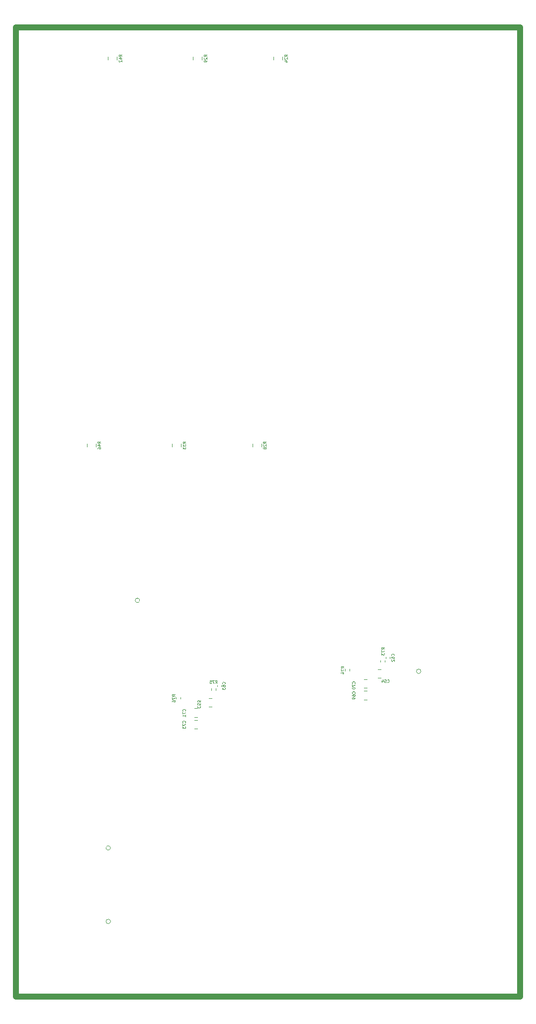
<source format=gbr>
%TF.GenerationSoftware,KiCad,Pcbnew,(6.0.7)*%
%TF.CreationDate,2023-01-25T09:18:12-05:00*%
%TF.ProjectId,amp,616d702e-6b69-4636-9164-5f7063625858,0.0*%
%TF.SameCoordinates,Original*%
%TF.FileFunction,Legend,Bot*%
%TF.FilePolarity,Positive*%
%FSLAX46Y46*%
G04 Gerber Fmt 4.6, Leading zero omitted, Abs format (unit mm)*
G04 Created by KiCad (PCBNEW (6.0.7)) date 2023-01-25 09:18:12*
%MOMM*%
%LPD*%
G01*
G04 APERTURE LIST*
%TA.AperFunction,Profile*%
%ADD10C,1.000000*%
%TD*%
%ADD11C,0.075000*%
%ADD12C,0.120000*%
G04 APERTURE END LIST*
D10*
X161080000Y-150000000D02*
X247000000Y-150000000D01*
X247000000Y-150000000D02*
X247000000Y-314760000D01*
X247000000Y-314760000D02*
X161080000Y-314760000D01*
X161080000Y-314760000D02*
X161080000Y-150000000D01*
D11*
%TO.C,R74*%
X216952990Y-258897871D02*
X216714895Y-258731204D01*
X216952990Y-258612157D02*
X216452990Y-258612157D01*
X216452990Y-258802633D01*
X216476800Y-258850252D01*
X216500609Y-258874061D01*
X216548228Y-258897871D01*
X216619657Y-258897871D01*
X216667276Y-258874061D01*
X216691085Y-258850252D01*
X216714895Y-258802633D01*
X216714895Y-258612157D01*
X216452990Y-259064538D02*
X216452990Y-259397871D01*
X216952990Y-259183585D01*
X216619657Y-259802633D02*
X216952990Y-259802633D01*
X216429180Y-259683585D02*
X216786323Y-259564538D01*
X216786323Y-259874061D01*
%TO.C,C70*%
X218805371Y-261497871D02*
X218829180Y-261474061D01*
X218852990Y-261402633D01*
X218852990Y-261355014D01*
X218829180Y-261283585D01*
X218781561Y-261235966D01*
X218733942Y-261212157D01*
X218638704Y-261188347D01*
X218567276Y-261188347D01*
X218472038Y-261212157D01*
X218424419Y-261235966D01*
X218376800Y-261283585D01*
X218352990Y-261355014D01*
X218352990Y-261402633D01*
X218376800Y-261474061D01*
X218400609Y-261497871D01*
X218352990Y-261664538D02*
X218352990Y-261997871D01*
X218852990Y-261783585D01*
X218352990Y-262283585D02*
X218352990Y-262331204D01*
X218376800Y-262378823D01*
X218400609Y-262402633D01*
X218448228Y-262426442D01*
X218543466Y-262450252D01*
X218662514Y-262450252D01*
X218757752Y-262426442D01*
X218805371Y-262402633D01*
X218829180Y-262378823D01*
X218852990Y-262331204D01*
X218852990Y-262283585D01*
X218829180Y-262235966D01*
X218805371Y-262212157D01*
X218757752Y-262188347D01*
X218662514Y-262164538D01*
X218543466Y-262164538D01*
X218448228Y-262188347D01*
X218400609Y-262212157D01*
X218376800Y-262235966D01*
X218352990Y-262283585D01*
%TO.C,C69*%
X218805371Y-263197871D02*
X218829180Y-263174061D01*
X218852990Y-263102633D01*
X218852990Y-263055014D01*
X218829180Y-262983585D01*
X218781561Y-262935966D01*
X218733942Y-262912157D01*
X218638704Y-262888347D01*
X218567276Y-262888347D01*
X218472038Y-262912157D01*
X218424419Y-262935966D01*
X218376800Y-262983585D01*
X218352990Y-263055014D01*
X218352990Y-263102633D01*
X218376800Y-263174061D01*
X218400609Y-263197871D01*
X218352990Y-263626442D02*
X218352990Y-263531204D01*
X218376800Y-263483585D01*
X218400609Y-263459776D01*
X218472038Y-263412157D01*
X218567276Y-263388347D01*
X218757752Y-263388347D01*
X218805371Y-263412157D01*
X218829180Y-263435966D01*
X218852990Y-263483585D01*
X218852990Y-263578823D01*
X218829180Y-263626442D01*
X218805371Y-263650252D01*
X218757752Y-263674061D01*
X218638704Y-263674061D01*
X218591085Y-263650252D01*
X218567276Y-263626442D01*
X218543466Y-263578823D01*
X218543466Y-263483585D01*
X218567276Y-263435966D01*
X218591085Y-263412157D01*
X218638704Y-263388347D01*
X218852990Y-263912157D02*
X218852990Y-264007395D01*
X218829180Y-264055014D01*
X218805371Y-264078823D01*
X218733942Y-264126442D01*
X218638704Y-264150252D01*
X218448228Y-264150252D01*
X218400609Y-264126442D01*
X218376800Y-264102633D01*
X218352990Y-264055014D01*
X218352990Y-263959776D01*
X218376800Y-263912157D01*
X218400609Y-263888347D01*
X218448228Y-263864538D01*
X218567276Y-263864538D01*
X218614895Y-263888347D01*
X218638704Y-263912157D01*
X218662514Y-263959776D01*
X218662514Y-264055014D01*
X218638704Y-264102633D01*
X218614895Y-264126442D01*
X218567276Y-264150252D01*
%TO.C,C54*%
X224348228Y-261297871D02*
X224372038Y-261321680D01*
X224443466Y-261345490D01*
X224491085Y-261345490D01*
X224562514Y-261321680D01*
X224610133Y-261274061D01*
X224633942Y-261226442D01*
X224657752Y-261131204D01*
X224657752Y-261059776D01*
X224633942Y-260964538D01*
X224610133Y-260916919D01*
X224562514Y-260869300D01*
X224491085Y-260845490D01*
X224443466Y-260845490D01*
X224372038Y-260869300D01*
X224348228Y-260893109D01*
X223895847Y-260845490D02*
X224133942Y-260845490D01*
X224157752Y-261083585D01*
X224133942Y-261059776D01*
X224086323Y-261035966D01*
X223967276Y-261035966D01*
X223919657Y-261059776D01*
X223895847Y-261083585D01*
X223872038Y-261131204D01*
X223872038Y-261250252D01*
X223895847Y-261297871D01*
X223919657Y-261321680D01*
X223967276Y-261345490D01*
X224086323Y-261345490D01*
X224133942Y-261321680D01*
X224157752Y-261297871D01*
X223443466Y-261012157D02*
X223443466Y-261345490D01*
X223562514Y-260821680D02*
X223681561Y-261178823D01*
X223372038Y-261178823D01*
%TO.C,R73*%
X223826190Y-255678571D02*
X223588095Y-255511904D01*
X223826190Y-255392857D02*
X223326190Y-255392857D01*
X223326190Y-255583333D01*
X223350000Y-255630952D01*
X223373809Y-255654761D01*
X223421428Y-255678571D01*
X223492857Y-255678571D01*
X223540476Y-255654761D01*
X223564285Y-255630952D01*
X223588095Y-255583333D01*
X223588095Y-255392857D01*
X223326190Y-255845238D02*
X223326190Y-256178571D01*
X223826190Y-255964285D01*
X223326190Y-256321428D02*
X223326190Y-256630952D01*
X223516666Y-256464285D01*
X223516666Y-256535714D01*
X223540476Y-256583333D01*
X223564285Y-256607142D01*
X223611904Y-256630952D01*
X223730952Y-256630952D01*
X223778571Y-256607142D01*
X223802380Y-256583333D01*
X223826190Y-256535714D01*
X223826190Y-256392857D01*
X223802380Y-256345238D01*
X223778571Y-256321428D01*
%TO.C,C55*%
X192071428Y-265321428D02*
X192047619Y-265345238D01*
X192023809Y-265416666D01*
X192023809Y-265464285D01*
X192047619Y-265535714D01*
X192095238Y-265583333D01*
X192142857Y-265607142D01*
X192238095Y-265630952D01*
X192309523Y-265630952D01*
X192404761Y-265607142D01*
X192452380Y-265583333D01*
X192500000Y-265535714D01*
X192523809Y-265464285D01*
X192523809Y-265416666D01*
X192500000Y-265345238D01*
X192476190Y-265321428D01*
X192523809Y-264869047D02*
X192523809Y-265107142D01*
X192285714Y-265130952D01*
X192309523Y-265107142D01*
X192333333Y-265059523D01*
X192333333Y-264940476D01*
X192309523Y-264892857D01*
X192285714Y-264869047D01*
X192238095Y-264845238D01*
X192119047Y-264845238D01*
X192071428Y-264869047D01*
X192047619Y-264892857D01*
X192023809Y-264940476D01*
X192023809Y-265059523D01*
X192047619Y-265107142D01*
X192071428Y-265130952D01*
X192523809Y-264392857D02*
X192523809Y-264630952D01*
X192285714Y-264654761D01*
X192309523Y-264630952D01*
X192333333Y-264583333D01*
X192333333Y-264464285D01*
X192309523Y-264416666D01*
X192285714Y-264392857D01*
X192238095Y-264369047D01*
X192119047Y-264369047D01*
X192071428Y-264392857D01*
X192047619Y-264416666D01*
X192023809Y-264464285D01*
X192023809Y-264583333D01*
X192047619Y-264630952D01*
X192071428Y-264654761D01*
%TO.C,R33*%
X190026190Y-220678571D02*
X189788095Y-220511904D01*
X190026190Y-220392857D02*
X189526190Y-220392857D01*
X189526190Y-220583333D01*
X189550000Y-220630952D01*
X189573809Y-220654761D01*
X189621428Y-220678571D01*
X189692857Y-220678571D01*
X189740476Y-220654761D01*
X189764285Y-220630952D01*
X189788095Y-220583333D01*
X189788095Y-220392857D01*
X189526190Y-220845238D02*
X189526190Y-221154761D01*
X189716666Y-220988095D01*
X189716666Y-221059523D01*
X189740476Y-221107142D01*
X189764285Y-221130952D01*
X189811904Y-221154761D01*
X189930952Y-221154761D01*
X189978571Y-221130952D01*
X190002380Y-221107142D01*
X190026190Y-221059523D01*
X190026190Y-220916666D01*
X190002380Y-220869047D01*
X189978571Y-220845238D01*
X189526190Y-221321428D02*
X189526190Y-221630952D01*
X189716666Y-221464285D01*
X189716666Y-221535714D01*
X189740476Y-221583333D01*
X189764285Y-221607142D01*
X189811904Y-221630952D01*
X189930952Y-221630952D01*
X189978571Y-221607142D01*
X190002380Y-221583333D01*
X190026190Y-221535714D01*
X190026190Y-221392857D01*
X190002380Y-221345238D01*
X189978571Y-221321428D01*
%TO.C,R42*%
X179126190Y-154912571D02*
X178888095Y-154745904D01*
X179126190Y-154626857D02*
X178626190Y-154626857D01*
X178626190Y-154817333D01*
X178650000Y-154864952D01*
X178673809Y-154888761D01*
X178721428Y-154912571D01*
X178792857Y-154912571D01*
X178840476Y-154888761D01*
X178864285Y-154864952D01*
X178888095Y-154817333D01*
X178888095Y-154626857D01*
X178792857Y-155341142D02*
X179126190Y-155341142D01*
X178602380Y-155222095D02*
X178959523Y-155103047D01*
X178959523Y-155412571D01*
X178673809Y-155579238D02*
X178650000Y-155603047D01*
X178626190Y-155650666D01*
X178626190Y-155769714D01*
X178650000Y-155817333D01*
X178673809Y-155841142D01*
X178721428Y-155864952D01*
X178769047Y-155864952D01*
X178840476Y-155841142D01*
X179126190Y-155555428D01*
X179126190Y-155864952D01*
%TO.C,C71*%
X189928571Y-266178571D02*
X189952380Y-266154761D01*
X189976190Y-266083333D01*
X189976190Y-266035714D01*
X189952380Y-265964285D01*
X189904761Y-265916666D01*
X189857142Y-265892857D01*
X189761904Y-265869047D01*
X189690476Y-265869047D01*
X189595238Y-265892857D01*
X189547619Y-265916666D01*
X189500000Y-265964285D01*
X189476190Y-266035714D01*
X189476190Y-266083333D01*
X189500000Y-266154761D01*
X189523809Y-266178571D01*
X189476190Y-266345238D02*
X189476190Y-266678571D01*
X189976190Y-266464285D01*
X189976190Y-267130952D02*
X189976190Y-266845238D01*
X189976190Y-266988095D02*
X189476190Y-266988095D01*
X189547619Y-266940476D01*
X189595238Y-266892857D01*
X189619047Y-266845238D01*
%TO.C,C73*%
X189928571Y-268178571D02*
X189952380Y-268154761D01*
X189976190Y-268083333D01*
X189976190Y-268035714D01*
X189952380Y-267964285D01*
X189904761Y-267916666D01*
X189857142Y-267892857D01*
X189761904Y-267869047D01*
X189690476Y-267869047D01*
X189595238Y-267892857D01*
X189547619Y-267916666D01*
X189500000Y-267964285D01*
X189476190Y-268035714D01*
X189476190Y-268083333D01*
X189500000Y-268154761D01*
X189523809Y-268178571D01*
X189476190Y-268345238D02*
X189476190Y-268678571D01*
X189976190Y-268464285D01*
X189476190Y-268821428D02*
X189476190Y-269130952D01*
X189666666Y-268964285D01*
X189666666Y-269035714D01*
X189690476Y-269083333D01*
X189714285Y-269107142D01*
X189761904Y-269130952D01*
X189880952Y-269130952D01*
X189928571Y-269107142D01*
X189952380Y-269083333D01*
X189976190Y-269035714D01*
X189976190Y-268892857D01*
X189952380Y-268845238D01*
X189928571Y-268821428D01*
%TO.C,R24*%
X207326190Y-154912571D02*
X207088095Y-154745904D01*
X207326190Y-154626857D02*
X206826190Y-154626857D01*
X206826190Y-154817333D01*
X206850000Y-154864952D01*
X206873809Y-154888761D01*
X206921428Y-154912571D01*
X206992857Y-154912571D01*
X207040476Y-154888761D01*
X207064285Y-154864952D01*
X207088095Y-154817333D01*
X207088095Y-154626857D01*
X206873809Y-155103047D02*
X206850000Y-155126857D01*
X206826190Y-155174476D01*
X206826190Y-155293523D01*
X206850000Y-155341142D01*
X206873809Y-155364952D01*
X206921428Y-155388761D01*
X206969047Y-155388761D01*
X207040476Y-155364952D01*
X207326190Y-155079238D01*
X207326190Y-155388761D01*
X206992857Y-155817333D02*
X207326190Y-155817333D01*
X206802380Y-155698285D02*
X207159523Y-155579238D01*
X207159523Y-155888761D01*
%TO.C,C62*%
X225478571Y-256778571D02*
X225502380Y-256754761D01*
X225526190Y-256683333D01*
X225526190Y-256635714D01*
X225502380Y-256564285D01*
X225454761Y-256516666D01*
X225407142Y-256492857D01*
X225311904Y-256469047D01*
X225240476Y-256469047D01*
X225145238Y-256492857D01*
X225097619Y-256516666D01*
X225050000Y-256564285D01*
X225026190Y-256635714D01*
X225026190Y-256683333D01*
X225050000Y-256754761D01*
X225073809Y-256778571D01*
X225026190Y-257207142D02*
X225026190Y-257111904D01*
X225050000Y-257064285D01*
X225073809Y-257040476D01*
X225145238Y-256992857D01*
X225240476Y-256969047D01*
X225430952Y-256969047D01*
X225478571Y-256992857D01*
X225502380Y-257016666D01*
X225526190Y-257064285D01*
X225526190Y-257159523D01*
X225502380Y-257207142D01*
X225478571Y-257230952D01*
X225430952Y-257254761D01*
X225311904Y-257254761D01*
X225264285Y-257230952D01*
X225240476Y-257207142D01*
X225216666Y-257159523D01*
X225216666Y-257064285D01*
X225240476Y-257016666D01*
X225264285Y-256992857D01*
X225311904Y-256969047D01*
X225073809Y-257445238D02*
X225050000Y-257469047D01*
X225026190Y-257516666D01*
X225026190Y-257635714D01*
X225050000Y-257683333D01*
X225073809Y-257707142D01*
X225121428Y-257730952D01*
X225169047Y-257730952D01*
X225240476Y-257707142D01*
X225526190Y-257421428D01*
X225526190Y-257730952D01*
%TO.C,R28*%
X203726190Y-220678571D02*
X203488095Y-220511904D01*
X203726190Y-220392857D02*
X203226190Y-220392857D01*
X203226190Y-220583333D01*
X203250000Y-220630952D01*
X203273809Y-220654761D01*
X203321428Y-220678571D01*
X203392857Y-220678571D01*
X203440476Y-220654761D01*
X203464285Y-220630952D01*
X203488095Y-220583333D01*
X203488095Y-220392857D01*
X203273809Y-220869047D02*
X203250000Y-220892857D01*
X203226190Y-220940476D01*
X203226190Y-221059523D01*
X203250000Y-221107142D01*
X203273809Y-221130952D01*
X203321428Y-221154761D01*
X203369047Y-221154761D01*
X203440476Y-221130952D01*
X203726190Y-220845238D01*
X203726190Y-221154761D01*
X203440476Y-221440476D02*
X203416666Y-221392857D01*
X203392857Y-221369047D01*
X203345238Y-221345238D01*
X203321428Y-221345238D01*
X203273809Y-221369047D01*
X203250000Y-221392857D01*
X203226190Y-221440476D01*
X203226190Y-221535714D01*
X203250000Y-221583333D01*
X203273809Y-221607142D01*
X203321428Y-221630952D01*
X203345238Y-221630952D01*
X203392857Y-221607142D01*
X203416666Y-221583333D01*
X203440476Y-221535714D01*
X203440476Y-221440476D01*
X203464285Y-221392857D01*
X203488095Y-221369047D01*
X203535714Y-221345238D01*
X203630952Y-221345238D01*
X203678571Y-221369047D01*
X203702380Y-221392857D01*
X203726190Y-221440476D01*
X203726190Y-221535714D01*
X203702380Y-221583333D01*
X203678571Y-221607142D01*
X203630952Y-221630952D01*
X203535714Y-221630952D01*
X203488095Y-221607142D01*
X203464285Y-221583333D01*
X203440476Y-221535714D01*
%TO.C,C63*%
X196678571Y-261580571D02*
X196702380Y-261556761D01*
X196726190Y-261485333D01*
X196726190Y-261437714D01*
X196702380Y-261366285D01*
X196654761Y-261318666D01*
X196607142Y-261294857D01*
X196511904Y-261271047D01*
X196440476Y-261271047D01*
X196345238Y-261294857D01*
X196297619Y-261318666D01*
X196250000Y-261366285D01*
X196226190Y-261437714D01*
X196226190Y-261485333D01*
X196250000Y-261556761D01*
X196273809Y-261580571D01*
X196226190Y-262009142D02*
X196226190Y-261913904D01*
X196250000Y-261866285D01*
X196273809Y-261842476D01*
X196345238Y-261794857D01*
X196440476Y-261771047D01*
X196630952Y-261771047D01*
X196678571Y-261794857D01*
X196702380Y-261818666D01*
X196726190Y-261866285D01*
X196726190Y-261961523D01*
X196702380Y-262009142D01*
X196678571Y-262032952D01*
X196630952Y-262056761D01*
X196511904Y-262056761D01*
X196464285Y-262032952D01*
X196440476Y-262009142D01*
X196416666Y-261961523D01*
X196416666Y-261866285D01*
X196440476Y-261818666D01*
X196464285Y-261794857D01*
X196511904Y-261771047D01*
X196226190Y-262223428D02*
X196226190Y-262532952D01*
X196416666Y-262366285D01*
X196416666Y-262437714D01*
X196440476Y-262485333D01*
X196464285Y-262509142D01*
X196511904Y-262532952D01*
X196630952Y-262532952D01*
X196678571Y-262509142D01*
X196702380Y-262485333D01*
X196726190Y-262437714D01*
X196726190Y-262294857D01*
X196702380Y-262247238D01*
X196678571Y-262223428D01*
%TO.C,R29*%
X193626190Y-154912571D02*
X193388095Y-154745904D01*
X193626190Y-154626857D02*
X193126190Y-154626857D01*
X193126190Y-154817333D01*
X193150000Y-154864952D01*
X193173809Y-154888761D01*
X193221428Y-154912571D01*
X193292857Y-154912571D01*
X193340476Y-154888761D01*
X193364285Y-154864952D01*
X193388095Y-154817333D01*
X193388095Y-154626857D01*
X193173809Y-155103047D02*
X193150000Y-155126857D01*
X193126190Y-155174476D01*
X193126190Y-155293523D01*
X193150000Y-155341142D01*
X193173809Y-155364952D01*
X193221428Y-155388761D01*
X193269047Y-155388761D01*
X193340476Y-155364952D01*
X193626190Y-155079238D01*
X193626190Y-155388761D01*
X193626190Y-155626857D02*
X193626190Y-155722095D01*
X193602380Y-155769714D01*
X193578571Y-155793523D01*
X193507142Y-155841142D01*
X193411904Y-155864952D01*
X193221428Y-155864952D01*
X193173809Y-155841142D01*
X193150000Y-155817333D01*
X193126190Y-155769714D01*
X193126190Y-155674476D01*
X193150000Y-155626857D01*
X193173809Y-155603047D01*
X193221428Y-155579238D01*
X193340476Y-155579238D01*
X193388095Y-155603047D01*
X193411904Y-155626857D01*
X193435714Y-155674476D01*
X193435714Y-155769714D01*
X193411904Y-155817333D01*
X193388095Y-155841142D01*
X193340476Y-155864952D01*
%TO.C,R75*%
X195071428Y-261476190D02*
X195238095Y-261238095D01*
X195357142Y-261476190D02*
X195357142Y-260976190D01*
X195166666Y-260976190D01*
X195119047Y-261000000D01*
X195095238Y-261023809D01*
X195071428Y-261071428D01*
X195071428Y-261142857D01*
X195095238Y-261190476D01*
X195119047Y-261214285D01*
X195166666Y-261238095D01*
X195357142Y-261238095D01*
X194904761Y-260976190D02*
X194571428Y-260976190D01*
X194785714Y-261476190D01*
X194142857Y-260976190D02*
X194380952Y-260976190D01*
X194404761Y-261214285D01*
X194380952Y-261190476D01*
X194333333Y-261166666D01*
X194214285Y-261166666D01*
X194166666Y-261190476D01*
X194142857Y-261214285D01*
X194119047Y-261261904D01*
X194119047Y-261380952D01*
X194142857Y-261428571D01*
X194166666Y-261452380D01*
X194214285Y-261476190D01*
X194333333Y-261476190D01*
X194380952Y-261452380D01*
X194404761Y-261428571D01*
%TO.C,R46*%
X175526190Y-220698571D02*
X175288095Y-220531904D01*
X175526190Y-220412857D02*
X175026190Y-220412857D01*
X175026190Y-220603333D01*
X175050000Y-220650952D01*
X175073809Y-220674761D01*
X175121428Y-220698571D01*
X175192857Y-220698571D01*
X175240476Y-220674761D01*
X175264285Y-220650952D01*
X175288095Y-220603333D01*
X175288095Y-220412857D01*
X175192857Y-221127142D02*
X175526190Y-221127142D01*
X175002380Y-221008095D02*
X175359523Y-220889047D01*
X175359523Y-221198571D01*
X175026190Y-221603333D02*
X175026190Y-221508095D01*
X175050000Y-221460476D01*
X175073809Y-221436666D01*
X175145238Y-221389047D01*
X175240476Y-221365238D01*
X175430952Y-221365238D01*
X175478571Y-221389047D01*
X175502380Y-221412857D01*
X175526190Y-221460476D01*
X175526190Y-221555714D01*
X175502380Y-221603333D01*
X175478571Y-221627142D01*
X175430952Y-221650952D01*
X175311904Y-221650952D01*
X175264285Y-221627142D01*
X175240476Y-221603333D01*
X175216666Y-221555714D01*
X175216666Y-221460476D01*
X175240476Y-221412857D01*
X175264285Y-221389047D01*
X175311904Y-221365238D01*
%TO.C,R76*%
X188226190Y-263678571D02*
X187988095Y-263511904D01*
X188226190Y-263392857D02*
X187726190Y-263392857D01*
X187726190Y-263583333D01*
X187750000Y-263630952D01*
X187773809Y-263654761D01*
X187821428Y-263678571D01*
X187892857Y-263678571D01*
X187940476Y-263654761D01*
X187964285Y-263630952D01*
X187988095Y-263583333D01*
X187988095Y-263392857D01*
X187726190Y-263845238D02*
X187726190Y-264178571D01*
X188226190Y-263964285D01*
X187726190Y-264583333D02*
X187726190Y-264488095D01*
X187750000Y-264440476D01*
X187773809Y-264416666D01*
X187845238Y-264369047D01*
X187940476Y-264345238D01*
X188130952Y-264345238D01*
X188178571Y-264369047D01*
X188202380Y-264392857D01*
X188226190Y-264440476D01*
X188226190Y-264535714D01*
X188202380Y-264583333D01*
X188178571Y-264607142D01*
X188130952Y-264630952D01*
X188011904Y-264630952D01*
X187964285Y-264607142D01*
X187940476Y-264583333D01*
X187916666Y-264535714D01*
X187916666Y-264440476D01*
X187940476Y-264392857D01*
X187964285Y-264369047D01*
X188011904Y-264345238D01*
D12*
%TO.C,J2*%
X177216903Y-289475900D02*
G75*
G03*
X177216903Y-289475900I-381000J0D01*
G01*
%TO.C,R74*%
X217146800Y-259065659D02*
X217146800Y-259372941D01*
X217906800Y-259065659D02*
X217906800Y-259372941D01*
%TO.C,C70*%
X220888052Y-262254300D02*
X220365548Y-262254300D01*
X220888052Y-260784300D02*
X220365548Y-260784300D01*
%TO.C,J5*%
X230077597Y-259446100D02*
G75*
G03*
X230077597Y-259446100I-381000J0D01*
G01*
%TO.C,C69*%
X220888052Y-264254300D02*
X220365548Y-264254300D01*
X220888052Y-262784300D02*
X220365548Y-262784300D01*
%TO.C,C54*%
X222765548Y-259084300D02*
X223288052Y-259084300D01*
X222765548Y-260554300D02*
X223288052Y-260554300D01*
%TO.C,J6*%
X182187502Y-247385900D02*
G75*
G03*
X182187502Y-247385900I-381000J0D01*
G01*
%TO.C,R73*%
X223906800Y-257565659D02*
X223906800Y-257872941D01*
X223146800Y-257565659D02*
X223146800Y-257872941D01*
%TO.C,J1*%
X177229002Y-301967900D02*
G75*
G03*
X177229002Y-301967900I-381000J0D01*
G01*
%TO.C,C55*%
X193988748Y-265485000D02*
X194511252Y-265485000D01*
X193988748Y-264015000D02*
X194511252Y-264015000D01*
%TO.C,R33*%
X189203000Y-221247064D02*
X189203000Y-220792936D01*
X187733000Y-221247064D02*
X187733000Y-220792936D01*
%TO.C,R42*%
X176811000Y-155461064D02*
X176811000Y-155006936D01*
X178281000Y-155461064D02*
X178281000Y-155006936D01*
%TO.C,C71*%
X192011252Y-267235000D02*
X191488748Y-267235000D01*
X192011252Y-265765000D02*
X191488748Y-265765000D01*
%TO.C,C73*%
X192011252Y-269235000D02*
X191488748Y-269235000D01*
X192011252Y-267765000D02*
X191488748Y-267765000D01*
%TO.C,R24*%
X205005000Y-155461064D02*
X205005000Y-155006936D01*
X206475000Y-155461064D02*
X206475000Y-155006936D01*
%TO.C,C62*%
X224786800Y-257227136D02*
X224786800Y-257011464D01*
X224066800Y-257227136D02*
X224066800Y-257011464D01*
%TO.C,R28*%
X201449000Y-221247064D02*
X201449000Y-220792936D01*
X202919000Y-221247064D02*
X202919000Y-220792936D01*
%TO.C,C63*%
X196110000Y-262009836D02*
X196110000Y-261794164D01*
X195390000Y-262009836D02*
X195390000Y-261794164D01*
%TO.C,R29*%
X191289000Y-155461064D02*
X191289000Y-155006936D01*
X192759000Y-155461064D02*
X192759000Y-155006936D01*
%TO.C,R75*%
X195130000Y-262346359D02*
X195130000Y-262653641D01*
X194370000Y-262346359D02*
X194370000Y-262653641D01*
%TO.C,R46*%
X174725000Y-221247064D02*
X174725000Y-220792936D01*
X173255000Y-221247064D02*
X173255000Y-220792936D01*
%TO.C,R76*%
X188370000Y-263846359D02*
X188370000Y-264153641D01*
X189130000Y-263846359D02*
X189130000Y-264153641D01*
%TD*%
M02*

</source>
